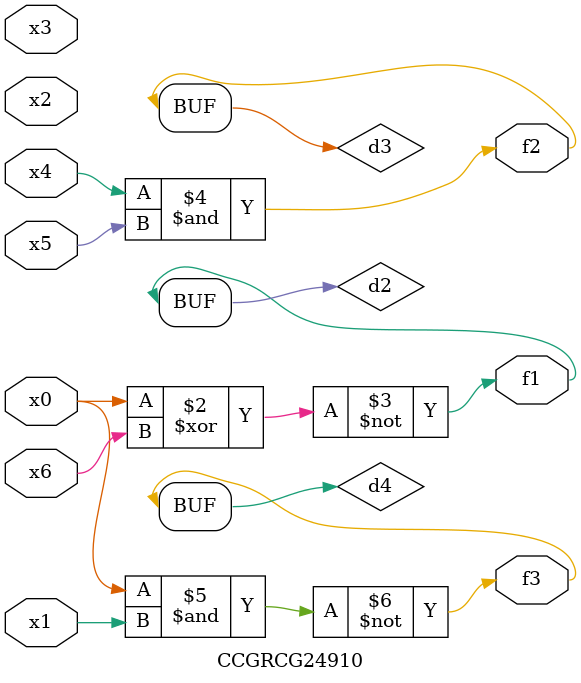
<source format=v>
module CCGRCG24910(
	input x0, x1, x2, x3, x4, x5, x6,
	output f1, f2, f3
);

	wire d1, d2, d3, d4;

	nor (d1, x0);
	xnor (d2, x0, x6);
	and (d3, x4, x5);
	nand (d4, x0, x1);
	assign f1 = d2;
	assign f2 = d3;
	assign f3 = d4;
endmodule

</source>
